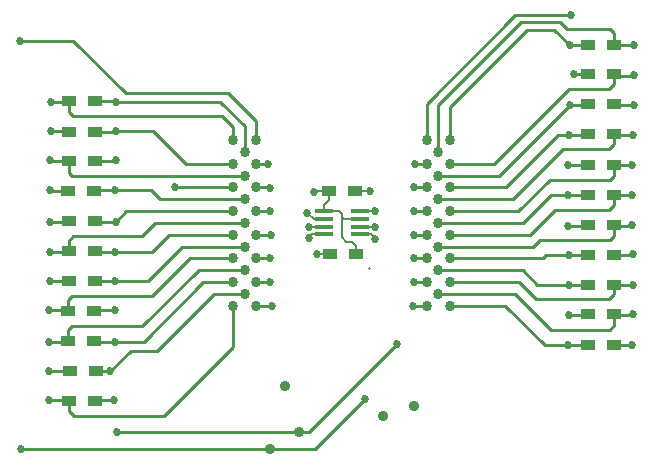
<source format=gbl>
G04 #@! TF.FileFunction,Copper,L2,Bot,Signal*
%FSLAX46Y46*%
G04 Gerber Fmt 4.6, Leading zero omitted, Abs format (unit mm)*
G04 Created by KiCad (PCBNEW 4.0.1-stable) date 2/18/2017 12:31:51 AM*
%MOMM*%
G01*
G04 APERTURE LIST*
%ADD10C,0.100000*%
%ADD11C,0.860000*%
%ADD12R,1.200000X0.900000*%
%ADD13C,0.889000*%
%ADD14R,1.500000X0.350000*%
%ADD15C,0.685800*%
%ADD16C,0.254000*%
%ADD17C,0.250000*%
%ADD18C,0.152400*%
%ADD19C,0.203200*%
G04 APERTURE END LIST*
D10*
D11*
X7200000Y7000000D03*
X-7200000Y7000000D03*
X-9200000Y7000000D03*
X-8200000Y6000000D03*
X-7200000Y5000000D03*
X-9200000Y5000000D03*
X-8200000Y4000000D03*
X-7200000Y3000000D03*
X-9200000Y3000000D03*
X-8200000Y2000000D03*
X-7200000Y1000000D03*
X-9200000Y1000000D03*
X-8200000Y0D03*
X-9200000Y-1000000D03*
X-7200000Y-1000000D03*
X-8200000Y-2000000D03*
X-9200000Y-3000000D03*
X-7200000Y-3000000D03*
X-8200000Y-4000000D03*
X-9200000Y-5000000D03*
X-7200000Y-5000000D03*
X-8200000Y-6000000D03*
X-9200000Y-7000000D03*
X-7200000Y-7000000D03*
X9200000Y7000000D03*
X8200000Y6000000D03*
X7200000Y5000000D03*
X9200000Y5000000D03*
X8200000Y4000000D03*
X7200000Y3000000D03*
X9200000Y3000000D03*
X8200000Y2000000D03*
X7200000Y1000000D03*
X9200000Y1000000D03*
X8200000Y0D03*
X9200000Y-1000000D03*
X7200000Y-1000000D03*
X8200000Y-2000000D03*
X9200000Y-3000000D03*
X7200000Y-3000000D03*
X8200000Y-4000000D03*
X9200000Y-5000000D03*
X7200000Y-5000000D03*
X8200000Y-6000000D03*
X9200000Y-7000000D03*
X7200000Y-7000000D03*
D12*
X1100000Y2667000D03*
X-1100000Y2667000D03*
X-973000Y-2667000D03*
X1227000Y-2667000D03*
X-23045600Y10287000D03*
X-20845600Y10287000D03*
X-23045600Y7721600D03*
X-20845600Y7721600D03*
X-23071000Y5257800D03*
X-20871000Y5257800D03*
X-23134500Y2679700D03*
X-20934500Y2679700D03*
X-23106560Y121920D03*
X-20906560Y121920D03*
X-23106560Y-2397760D03*
X-20906560Y-2397760D03*
X-23091320Y-4912360D03*
X-20891320Y-4912360D03*
X-23121800Y-7472680D03*
X-20921800Y-7472680D03*
X-23137040Y-10012680D03*
X-20937040Y-10012680D03*
X-22984640Y-12573000D03*
X-20784640Y-12573000D03*
X-23076080Y-15087600D03*
X-20876080Y-15087600D03*
X20900000Y15100000D03*
X23100000Y15100000D03*
X20875000Y12575000D03*
X23075000Y12575000D03*
X20875000Y10050000D03*
X23075000Y10050000D03*
X20875000Y7500000D03*
X23075000Y7500000D03*
X20850000Y4900000D03*
X23050000Y4900000D03*
X20850000Y2375000D03*
X23050000Y2375000D03*
X20875000Y-175000D03*
X23075000Y-175000D03*
X20875000Y-2725000D03*
X23075000Y-2725000D03*
X20875000Y-5225000D03*
X23075000Y-5225000D03*
X20875000Y-7750000D03*
X23075000Y-7750000D03*
X20875000Y-10350000D03*
X23075000Y-10350000D03*
D13*
X-6096000Y-19113500D03*
X-3581400Y-17691100D03*
X6146800Y-15481300D03*
X3543300Y-16370300D03*
X-4813300Y-13792200D03*
D14*
X-1525000Y975000D03*
X-1525000Y325000D03*
X-1525000Y-325000D03*
X-1525000Y-975000D03*
X1525000Y-975000D03*
X1525000Y-325000D03*
X1525000Y325000D03*
X1525000Y975000D03*
D15*
X-27254200Y15407640D03*
X19450000Y17625000D03*
X-24612600Y10261600D03*
X-19075400Y10261600D03*
X-24638000Y7747000D03*
X-6223000Y5003800D03*
X-19100800Y7747000D03*
X-2095500Y-2667000D03*
X-2349500Y2654300D03*
X2413000Y2679700D03*
X-24658320Y5293360D03*
X-19121120Y5293360D03*
X-6070600Y2997200D03*
X-14061440Y3002280D03*
X-24683720Y2778760D03*
X-19146520Y2778760D03*
X-24668480Y86360D03*
X-6070600Y1016000D03*
X-19131280Y86360D03*
X-24693880Y-2428240D03*
X-19156680Y-2428240D03*
X-24714200Y-4881880D03*
X-5994400Y-1016000D03*
X-19177000Y-4881880D03*
X-24739600Y-7396480D03*
X-19202400Y-7396480D03*
X-6045200Y-2997200D03*
X-24754840Y-10048240D03*
X-19217640Y-10048240D03*
X-24775160Y-12501880D03*
X-6045200Y-5003800D03*
X-19588480Y-12578080D03*
X-24800560Y-15016480D03*
X-19263360Y-15016480D03*
X-5918200Y-7010400D03*
X19350000Y15050000D03*
X24775000Y15075000D03*
X6200000Y5000000D03*
X19700000Y12575000D03*
X24750000Y12500000D03*
X19325000Y9950000D03*
X6150000Y3000000D03*
X24750000Y9975000D03*
X19225000Y7450000D03*
X24650000Y7475000D03*
X6150000Y1000000D03*
X19200000Y4875000D03*
X24625000Y4900000D03*
X19200000Y2350000D03*
X24625000Y2375000D03*
X6150000Y-1000000D03*
X19175000Y-225000D03*
X24600000Y-200000D03*
X19250000Y-2675000D03*
X6125000Y-3000000D03*
X24675000Y-2650000D03*
X19225000Y-5250000D03*
X24650000Y-5225000D03*
X6125000Y-5000000D03*
X19225000Y-7775000D03*
X24650000Y-7750000D03*
X19200000Y-10350000D03*
X6050000Y-7000000D03*
X24625000Y-10325000D03*
X2794000Y-317500D03*
X2806700Y977900D03*
X-2882900Y863600D03*
X-18999200Y-17691100D03*
X4724400Y-10248900D03*
X2844800Y-1358900D03*
X-27178000Y-19126200D03*
X1955800Y-14909800D03*
X-2755900Y-330200D03*
X-2743200Y-1244600D03*
D16*
X2315000Y-3810000D02*
X2325000Y-3800000D01*
D17*
X-7200000Y8591920D02*
X-9606280Y10998200D01*
D16*
X-7200000Y7000000D02*
X-7200000Y8591920D01*
D17*
X-22697440Y15407640D02*
X-27254200Y15407640D01*
X-18288000Y10998200D02*
X-22697440Y15407640D01*
X-9606280Y10998200D02*
X-18288000Y10998200D01*
D16*
X-27254200Y15412720D02*
X-27254200Y15407640D01*
X7200000Y7000000D02*
X7200000Y10105000D01*
X14720000Y17625000D02*
X19450000Y17625000D01*
D17*
X7200000Y10105000D02*
X14720000Y17625000D01*
D16*
X-23045600Y10287000D02*
X-23045600Y9400720D01*
X-10144760Y9052560D02*
X-10144760Y9057640D01*
X-10154920Y9062720D02*
X-10144760Y9052560D01*
X-22707600Y9062720D02*
X-10154920Y9062720D01*
X-23045600Y9400720D02*
X-22707600Y9062720D01*
X-24612600Y10261600D02*
X-23071000Y10261600D01*
X-23071000Y10261600D02*
X-23045600Y10287000D01*
X-9200000Y7000000D02*
X-9200000Y8112880D01*
X-9200000Y8112880D02*
X-10144760Y9057640D01*
X-20845600Y10287000D02*
X-19100800Y10287000D01*
X-19100800Y10287000D02*
X-19075400Y10261600D01*
X-8200000Y6000000D02*
X-8200000Y8174600D01*
X-10287000Y10261600D02*
X-19075400Y10261600D01*
X-8200000Y8174600D02*
X-10287000Y10261600D01*
X-24638000Y7747000D02*
X-23071000Y7747000D01*
X-23071000Y7747000D02*
X-23045600Y7721600D01*
D17*
X-6226800Y5000000D02*
X-7200000Y5000000D01*
X-6226800Y5000000D02*
X-6223000Y5003800D01*
D16*
X-9200000Y5000000D02*
X-13173720Y5000000D01*
X-15920720Y7747000D02*
X-19100800Y7747000D01*
X-13173720Y5000000D02*
X-15920720Y7747000D01*
X-20845600Y7721600D02*
X-19126200Y7721600D01*
X-19126200Y7721600D02*
X-19100800Y7747000D01*
D18*
X-2095500Y-2667000D02*
X-973000Y-2667000D01*
X-2336800Y2667000D02*
X-2349500Y2654300D01*
D19*
X-1100000Y2667000D02*
X-2336800Y2667000D01*
X1227000Y-2667000D02*
X1227000Y-1938200D01*
X0Y-1231900D02*
X0Y508000D01*
X406400Y-1638300D02*
X0Y-1231900D01*
X927100Y-1638300D02*
X406400Y-1638300D01*
X1227000Y-1938200D02*
X927100Y-1638300D01*
X-1525000Y975000D02*
X-1525000Y1535700D01*
X-1100000Y1960700D02*
X-1100000Y2667000D01*
X-1525000Y1535700D02*
X-1100000Y1960700D01*
X1525000Y325000D02*
X183000Y325000D01*
X-213000Y975000D02*
X-1525000Y975000D01*
X0Y762000D02*
X-213000Y975000D01*
X0Y508000D02*
X0Y762000D01*
D18*
X183000Y325000D02*
X0Y508000D01*
X2400300Y2667000D02*
X2413000Y2679700D01*
X1100000Y2667000D02*
X2400300Y2667000D01*
D16*
X-8200000Y4000000D02*
X-22821400Y4000000D01*
X-23071000Y4249600D02*
X-23071000Y5257800D01*
X-22821400Y4000000D02*
X-23071000Y4249600D01*
X-23071000Y5257800D02*
X-24622760Y5257800D01*
X-24622760Y5257800D02*
X-24658320Y5293360D01*
X-20871000Y5257800D02*
X-19156680Y5257800D01*
X-19156680Y5257800D02*
X-19121120Y5293360D01*
D17*
X-6073400Y3000000D02*
X-6070600Y2997200D01*
X-6073400Y3000000D02*
X-7200000Y3000000D01*
D16*
X-9200000Y3000000D02*
X-14059160Y3000000D01*
X-14059160Y3000000D02*
X-14061440Y3002280D01*
X-23134500Y2679700D02*
X-24584660Y2679700D01*
X-24584660Y2679700D02*
X-24683720Y2778760D01*
X-19146520Y2778760D02*
X-20835440Y2778760D01*
X-20835440Y2778760D02*
X-20934500Y2679700D01*
X-8200000Y2000000D02*
X-15355320Y2000000D01*
X-16134080Y2778760D02*
X-19146520Y2778760D01*
X-15355320Y2000000D02*
X-16134080Y2778760D01*
X-19245580Y2679700D02*
X-19146520Y2778760D01*
X-24668480Y86360D02*
X-23142120Y86360D01*
X-23142120Y86360D02*
X-23106560Y121920D01*
D17*
X-7200000Y1000000D02*
X-6086600Y1000000D01*
X-6086600Y1000000D02*
X-6070600Y1016000D01*
D16*
X-9200000Y1000000D02*
X-18217640Y1000000D01*
X-18217640Y1000000D02*
X-19131280Y86360D01*
X-20871000Y86360D02*
X-19131280Y86360D01*
X-20871000Y86360D02*
X-20906560Y121920D01*
X-8200000Y0D02*
X-15778480Y0D01*
X-23106560Y-1506400D02*
X-23106560Y-2397760D01*
X-22727920Y-1127760D02*
X-23106560Y-1506400D01*
X-16906240Y-1127760D02*
X-22727920Y-1127760D01*
X-15778480Y0D02*
X-16906240Y-1127760D01*
X-23137040Y-2428240D02*
X-24693880Y-2428240D01*
X-23137040Y-2428240D02*
X-23106560Y-2397760D01*
X-9200000Y-1000000D02*
X-14589000Y-1000000D01*
X-16017240Y-2428240D02*
X-19156680Y-2428240D01*
X-14589000Y-1000000D02*
X-16017240Y-2428240D01*
X-20876080Y-2428240D02*
X-19156680Y-2428240D01*
X-20876080Y-2428240D02*
X-20906560Y-2397760D01*
X-24714200Y-4881880D02*
X-23121800Y-4881880D01*
X-23121800Y-4881880D02*
X-23091320Y-4912360D01*
D17*
X-7200000Y-1000000D02*
X-6010400Y-1000000D01*
X-6010400Y-1000000D02*
X-5994400Y-1016000D01*
D16*
X-8200000Y-2000000D02*
X-13531600Y-2000000D01*
X-16413480Y-4881880D02*
X-19177000Y-4881880D01*
X-13531600Y-2000000D02*
X-16413480Y-4881880D01*
X-20860840Y-4881880D02*
X-19177000Y-4881880D01*
X-20860840Y-4881880D02*
X-20891320Y-4912360D01*
X-9200000Y-3000000D02*
X-12824720Y-3000000D01*
X-23121800Y-6525440D02*
X-23121800Y-7472680D01*
X-22778720Y-6182360D02*
X-23121800Y-6525440D01*
X-16007080Y-6182360D02*
X-22778720Y-6182360D01*
X-12824720Y-3000000D02*
X-16007080Y-6182360D01*
X-23198000Y-7396480D02*
X-24739600Y-7396480D01*
X-23198000Y-7396480D02*
X-23121800Y-7472680D01*
X-19202400Y-7396480D02*
X-20845600Y-7396480D01*
X-20845600Y-7396480D02*
X-20921800Y-7472680D01*
D17*
X-6048000Y-3000000D02*
X-6045200Y-2997200D01*
X-7200000Y-3000000D02*
X-6048000Y-3000000D01*
D16*
X-8200000Y-4000000D02*
X-12107680Y-4000000D01*
X-23137040Y-9095920D02*
X-23137040Y-10012680D01*
X-22788880Y-8747760D02*
X-23137040Y-9095920D01*
X-16855440Y-8747760D02*
X-22788880Y-8747760D01*
X-12107680Y-4000000D02*
X-16855440Y-8747760D01*
X-23172600Y-10048240D02*
X-24754840Y-10048240D01*
X-23172600Y-10048240D02*
X-23137040Y-10012680D01*
X-9200000Y-5000000D02*
X-11695440Y-5000000D01*
X-19217640Y-10048240D02*
X-19217640Y-10048240D01*
X-16743680Y-10048240D02*
X-19217640Y-10048240D01*
X-11695440Y-5000000D02*
X-16743680Y-10048240D01*
X-20901480Y-10048240D02*
X-19217640Y-10048240D01*
X-20901480Y-10048240D02*
X-20937040Y-10012680D01*
X-24775160Y-12501880D02*
X-23055760Y-12501880D01*
X-23055760Y-12501880D02*
X-22984640Y-12573000D01*
D17*
X-7200000Y-5000000D02*
X-6049000Y-5000000D01*
X-6049000Y-5000000D02*
X-6045200Y-5003800D01*
D16*
X-8200000Y-6000000D02*
X-10795520Y-6000000D01*
X-17830800Y-10820400D02*
X-19588480Y-12578080D01*
X-15615920Y-10820400D02*
X-17830800Y-10820400D01*
X-10795520Y-6000000D02*
X-15615920Y-10820400D01*
X-20784640Y-12573000D02*
X-19593560Y-12573000D01*
X-19593560Y-12573000D02*
X-19588480Y-12578080D01*
X-20713520Y-12501880D02*
X-20784640Y-12573000D01*
X-9200000Y-7000000D02*
X-9200000Y-10546200D01*
X-23076080Y-15933240D02*
X-23076080Y-15087600D01*
X-22641560Y-16367760D02*
X-23076080Y-15933240D01*
X-15021560Y-16367760D02*
X-22641560Y-16367760D01*
X-9200000Y-10546200D02*
X-15021560Y-16367760D01*
X-23147200Y-15016480D02*
X-24800560Y-15016480D01*
X-23147200Y-15016480D02*
X-23076080Y-15087600D01*
X-19263360Y-15016480D02*
X-20804960Y-15016480D01*
X-20804960Y-15016480D02*
X-20876080Y-15087600D01*
D17*
X-5928600Y-7000000D02*
X-5918200Y-7010400D01*
X-7200000Y-7000000D02*
X-5928600Y-7000000D01*
D16*
X9200000Y7000000D02*
X9200000Y9850000D01*
X18025000Y16375000D02*
X19350000Y15050000D01*
X15725000Y16375000D02*
X18025000Y16375000D01*
X9200000Y9850000D02*
X15725000Y16375000D01*
X19350000Y15050000D02*
X21025000Y15050000D01*
X8200000Y6000000D02*
X8200000Y10015000D01*
X23100000Y16050000D02*
X23100000Y15100000D01*
X22725000Y16425000D02*
X23100000Y16050000D01*
X19121400Y16425000D02*
X22725000Y16425000D01*
X18496400Y17050000D02*
X19121400Y16425000D01*
X15235000Y17050000D02*
X18496400Y17050000D01*
X8200000Y10015000D02*
X15235000Y17050000D01*
X23225000Y15050000D02*
X24750000Y15050000D01*
X24750000Y15050000D02*
X24775000Y15075000D01*
X7200000Y5000000D02*
X6200000Y5000000D01*
X20875000Y12575000D02*
X19700000Y12575000D01*
X9200000Y5000000D02*
X12925000Y5000000D01*
X23075000Y11750000D02*
X23075000Y12575000D01*
X22675000Y11350000D02*
X23075000Y11750000D01*
X19275000Y11350000D02*
X22675000Y11350000D01*
X12925000Y5000000D02*
X19275000Y11350000D01*
X24725000Y12475000D02*
X24750000Y12500000D01*
X23200000Y12475000D02*
X24725000Y12475000D01*
X8200000Y4000000D02*
X13375000Y4000000D01*
X13375000Y4000000D02*
X19325000Y9950000D01*
X19325000Y9950000D02*
X21000000Y9950000D01*
X7200000Y3000000D02*
X6150000Y3000000D01*
X24725000Y9950000D02*
X24750000Y9975000D01*
X23200000Y9950000D02*
X24725000Y9950000D01*
X9200000Y3000000D02*
X13900000Y3000000D01*
X18350000Y7450000D02*
X19225000Y7450000D01*
X13900000Y3000000D02*
X18350000Y7450000D01*
X19225000Y7450000D02*
X20900000Y7450000D01*
X8200000Y2000000D02*
X14500000Y2000000D01*
X23075000Y6675000D02*
X23075000Y7500000D01*
X22625000Y6225000D02*
X23075000Y6675000D01*
X18725000Y6225000D02*
X22625000Y6225000D01*
X14500000Y2000000D02*
X18725000Y6225000D01*
X24625000Y7450000D02*
X24650000Y7475000D01*
X23100000Y7450000D02*
X24625000Y7450000D01*
X7200000Y1000000D02*
X6150000Y1000000D01*
X19200000Y4875000D02*
X20875000Y4875000D01*
X9200000Y1000000D02*
X14950000Y1000000D01*
X23050000Y4000000D02*
X23050000Y4900000D01*
X22725000Y3675000D02*
X23050000Y4000000D01*
X17625000Y3675000D02*
X22725000Y3675000D01*
X14950000Y1000000D02*
X17625000Y3675000D01*
X23075000Y4875000D02*
X24600000Y4875000D01*
X24600000Y4875000D02*
X24625000Y4900000D01*
X8200000Y0D02*
X15400000Y0D01*
X17750000Y2350000D02*
X19200000Y2350000D01*
X15400000Y0D02*
X17750000Y2350000D01*
X19200000Y2350000D02*
X20875000Y2350000D01*
X9200000Y-1000000D02*
X15975000Y-1000000D01*
X23050000Y1525000D02*
X23050000Y2375000D01*
X22625000Y1100000D02*
X23050000Y1525000D01*
X18075000Y1100000D02*
X22625000Y1100000D01*
X15975000Y-1000000D02*
X18075000Y1100000D01*
X23075000Y2350000D02*
X24600000Y2350000D01*
X24600000Y2350000D02*
X24625000Y2375000D01*
X7200000Y-1000000D02*
X6150000Y-1000000D01*
X19175000Y-225000D02*
X20850000Y-225000D01*
X8200000Y-2000000D02*
X16200000Y-2000000D01*
X23075000Y-1100000D02*
X23075000Y-175000D01*
X22750000Y-1425000D02*
X23075000Y-1100000D01*
X16775000Y-1425000D02*
X22750000Y-1425000D01*
X16200000Y-2000000D02*
X16775000Y-1425000D01*
X24575000Y-225000D02*
X24600000Y-200000D01*
X23050000Y-225000D02*
X24575000Y-225000D01*
X9200000Y-3000000D02*
X17025000Y-3000000D01*
X17350000Y-2675000D02*
X19250000Y-2675000D01*
X17025000Y-3000000D02*
X17350000Y-2675000D01*
X19250000Y-2675000D02*
X20925000Y-2675000D01*
X7200000Y-3000000D02*
X6125000Y-3000000D01*
X23125000Y-2675000D02*
X24650000Y-2675000D01*
X24650000Y-2675000D02*
X24675000Y-2650000D01*
X8200000Y-4000000D02*
X15325000Y-4000000D01*
X16575000Y-5250000D02*
X19225000Y-5250000D01*
X15325000Y-4000000D02*
X16575000Y-5250000D01*
X19225000Y-5250000D02*
X20900000Y-5250000D01*
X9200000Y-5000000D02*
X15025000Y-5000000D01*
X23075000Y-6050000D02*
X23075000Y-5225000D01*
X22650000Y-6475000D02*
X23075000Y-6050000D01*
X16500000Y-6475000D02*
X22650000Y-6475000D01*
X15025000Y-5000000D02*
X16500000Y-6475000D01*
X24625000Y-5250000D02*
X24650000Y-5225000D01*
X23100000Y-5250000D02*
X24625000Y-5250000D01*
X7200000Y-5000000D02*
X6125000Y-5000000D01*
X19225000Y-7775000D02*
X20900000Y-7775000D01*
X14675000Y-6000000D02*
X17700000Y-9025000D01*
X8200000Y-6000000D02*
X14675000Y-6000000D01*
X23075000Y-8650000D02*
X23075000Y-7750000D01*
X22700000Y-9025000D02*
X23075000Y-8650000D01*
X17700000Y-9025000D02*
X22700000Y-9025000D01*
X24625000Y-7775000D02*
X24650000Y-7750000D01*
X23100000Y-7775000D02*
X24625000Y-7775000D01*
X9200000Y-7000000D02*
X13850000Y-7000000D01*
X17200000Y-10350000D02*
X19200000Y-10350000D01*
X13850000Y-7000000D02*
X17200000Y-10350000D01*
X19200000Y-10350000D02*
X20875000Y-10350000D01*
X7200000Y-7000000D02*
X6050000Y-7000000D01*
X23075000Y-10350000D02*
X24600000Y-10350000D01*
X24600000Y-10350000D02*
X24625000Y-10325000D01*
D18*
X2786500Y-325000D02*
X2794000Y-317500D01*
X1525000Y-325000D02*
X2786500Y-325000D01*
X1525000Y975000D02*
X2803800Y975000D01*
X2803800Y975000D02*
X2806700Y977900D01*
X-2344300Y325000D02*
X-1525000Y325000D01*
X-2344300Y325000D02*
X-2882900Y863600D01*
D17*
X-3581400Y-17691100D02*
X-4622800Y-17691100D01*
X-4635500Y-17678400D02*
X-4635500Y-17691100D01*
X-4622800Y-17691100D02*
X-4635500Y-17678400D01*
D16*
X-18999200Y-17691100D02*
X-4635500Y-17691100D01*
X-4635500Y-17691100D02*
X-2717800Y-17691100D01*
X-2717800Y-17691100D02*
X4724400Y-10248900D01*
D18*
X2460900Y-975000D02*
X2844800Y-1358900D01*
X1525000Y-975000D02*
X2460900Y-975000D01*
D17*
X-6096000Y-19113500D02*
X-6108700Y-19100800D01*
X-6108700Y-19100800D02*
X-7150100Y-19100800D01*
X-7150100Y-19100800D02*
X-7150100Y-19126200D01*
X-6096000Y-19113500D02*
X-6426200Y-19113500D01*
X-6426200Y-19113500D02*
X-6438900Y-19126200D01*
X-6438900Y-19126200D02*
X-6096000Y-19113500D01*
X-2260600Y-19126200D02*
X-7150100Y-19126200D01*
X-7150100Y-19126200D02*
X-27178000Y-19126200D01*
X-1727200Y-18592800D02*
X-2260600Y-19126200D01*
X1955800Y-14909800D02*
X-1727200Y-18592800D01*
D18*
X-2750700Y-325000D02*
X-1525000Y-325000D01*
X-2750700Y-325000D02*
X-2755900Y-330200D01*
X-2473600Y-975000D02*
X-2743200Y-1244600D01*
X-2473600Y-975000D02*
X-1525000Y-975000D01*
M02*

</source>
